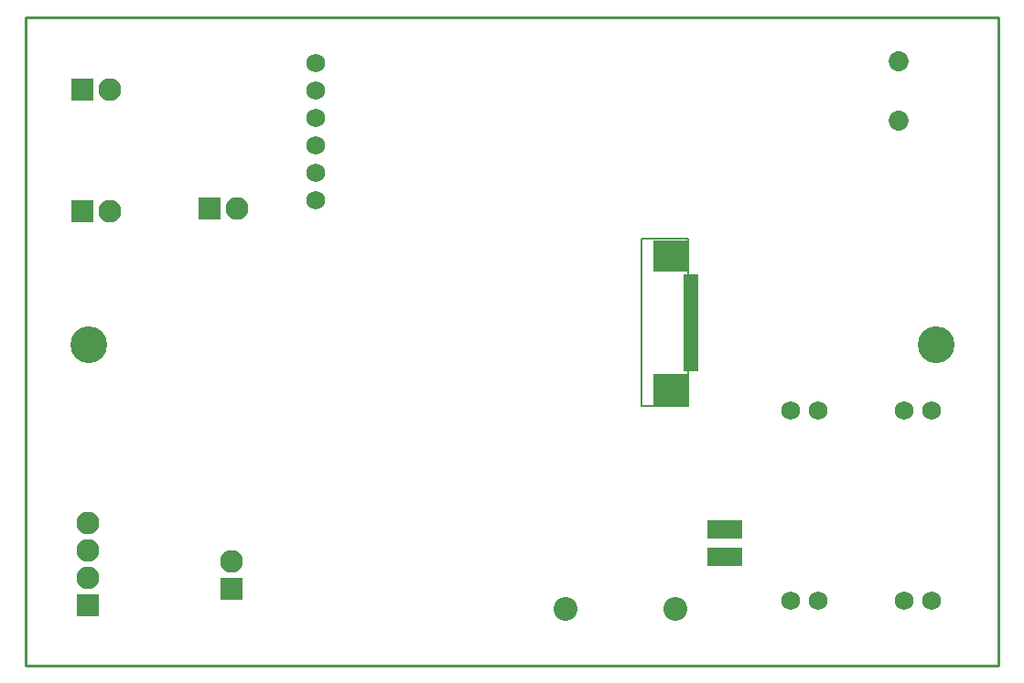
<source format=gbs>
G04*
G04 #@! TF.GenerationSoftware,Altium Limited,Altium Designer,18.1.7 (191)*
G04*
G04 Layer_Color=16711935*
%FSLAX25Y25*%
%MOIN*%
G70*
G01*
G75*
%ADD10C,0.01000*%
%ADD12C,0.00787*%
%ADD22C,0.00000*%
%ADD27R,0.12611X0.06706*%
%ADD31C,0.08674*%
%ADD32C,0.07296*%
%ADD33R,0.08280X0.08280*%
%ADD34C,0.08280*%
%ADD35C,0.08280*%
%ADD36O,0.08280X0.08280*%
%ADD37R,0.08280X0.08280*%
%ADD38C,0.06800*%
%ADD39R,0.08280X0.08280*%
%ADD40C,0.13398*%
%ADD54R,0.12611X0.11430*%
%ADD55R,0.05524X0.01981*%
D10*
X540331Y183000D02*
Y419220D01*
X186000Y183000D02*
X540331D01*
X186000D02*
Y419220D01*
X540331D01*
D12*
X410264Y277488D02*
X427193D01*
Y338512D01*
X410264D02*
X427193D01*
X410264Y277488D02*
Y338512D01*
D22*
X264429Y211000D02*
G03*
X264429Y211000I-3429J0D01*
G01*
Y221000D02*
G03*
X264429Y221000I-3429J0D01*
G01*
X266429Y349500D02*
G03*
X266429Y349500I-3429J0D01*
G01*
X256429D02*
G03*
X256429Y349500I-3429J0D01*
G01*
X219929Y348500D02*
G03*
X219929Y348500I-3429J0D01*
G01*
X209929D02*
G03*
X209929Y348500I-3429J0D01*
G01*
X219929Y393000D02*
G03*
X219929Y393000I-3429J0D01*
G01*
X209929D02*
G03*
X209929Y393000I-3429J0D01*
G01*
D27*
X440500Y232500D02*
D03*
Y222500D02*
D03*
D31*
X382520Y203500D02*
D03*
X422480D02*
D03*
D32*
X504000Y381500D02*
D03*
Y403154D02*
D03*
D33*
X261000Y211000D02*
D03*
D34*
Y221000D02*
D03*
X263000Y349500D02*
D03*
X216500Y348500D02*
D03*
Y393000D02*
D03*
D35*
X208500Y235000D02*
D03*
D36*
Y225000D02*
D03*
Y215000D02*
D03*
D37*
Y205000D02*
D03*
D38*
X516000Y276000D02*
D03*
X506000D02*
D03*
X474504D02*
D03*
X464504D02*
D03*
X516000Y206709D02*
D03*
X506000D02*
D03*
X474504D02*
D03*
X464504D02*
D03*
X291500Y402500D02*
D03*
Y392500D02*
D03*
Y352500D02*
D03*
Y362500D02*
D03*
Y372500D02*
D03*
Y382500D02*
D03*
D39*
X253000Y349500D02*
D03*
X206500Y348500D02*
D03*
Y393000D02*
D03*
D40*
X209000Y300000D02*
D03*
X517500D02*
D03*
D54*
X421051Y332331D02*
D03*
Y283669D02*
D03*
D55*
X428374Y324732D02*
D03*
Y322764D02*
D03*
Y320795D02*
D03*
Y318827D02*
D03*
Y316858D02*
D03*
Y314890D02*
D03*
Y312921D02*
D03*
Y310953D02*
D03*
Y308984D02*
D03*
Y307016D02*
D03*
Y305047D02*
D03*
Y303079D02*
D03*
Y301110D02*
D03*
Y299142D02*
D03*
Y297173D02*
D03*
Y295205D02*
D03*
Y293236D02*
D03*
Y291268D02*
D03*
M02*

</source>
